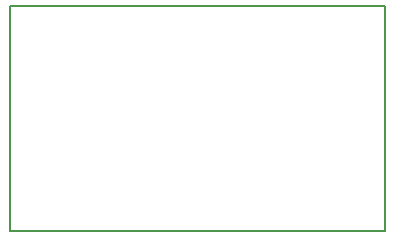
<source format=gbr>
G04 #@! TF.FileFunction,Profile,NP*
%FSLAX46Y46*%
G04 Gerber Fmt 4.6, Leading zero omitted, Abs format (unit mm)*
G04 Created by KiCad (PCBNEW 4.0.0-rc1-stable) date 10/11/2015 4:23:21 PM*
%MOMM*%
G01*
G04 APERTURE LIST*
%ADD10C,0.100000*%
%ADD11C,0.150000*%
G04 APERTURE END LIST*
D10*
D11*
X105410000Y-105410000D02*
X105410000Y-86360000D01*
X137160000Y-105410000D02*
X105410000Y-105410000D01*
X137160000Y-86360000D02*
X137160000Y-105410000D01*
X105410000Y-86360000D02*
X137160000Y-86360000D01*
M02*

</source>
